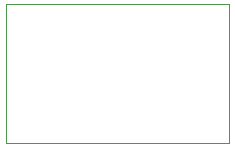
<source format=gbo>
G75*
G70*
%OFA0B0*%
%FSLAX24Y24*%
%IPPOS*%
%LPD*%
%AMOC8*
5,1,8,0,0,1.08239X$1,22.5*
%
%ADD10C,0.0000*%
D10*
X006793Y006773D02*
X006793Y011439D01*
X014254Y011439D01*
X014254Y006773D01*
X006793Y006773D01*
M02*

</source>
